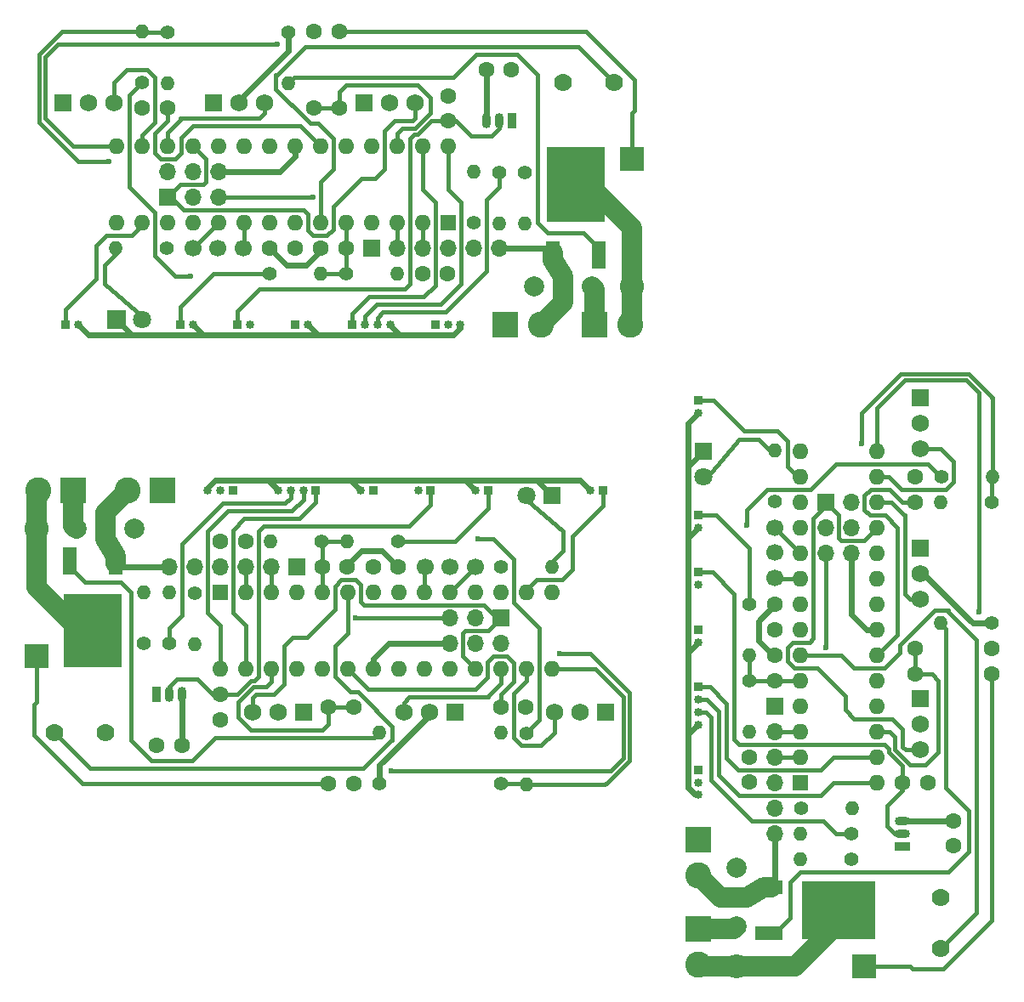
<source format=gbl>
%MOIN*%
%OFA0B0*%
%FSLAX46Y46*%
%IPPOS*%
%LPD*%
%AMREC1*
4,1,3,
0.035433070866141732,0.035433070866141739,
-0.035433070866141739,0.035433070866141732,
-0.035433070866141732,-0.035433070866141739,
0.035433070866141739,-0.035433070866141732,
0*%
%AMREC2*
4,1,3,
0.03444881889763779,0.0344488188976378,
-0.0344488188976378,0.03444881889763779,
-0.03444881889763779,-0.0344488188976378,
0.0344488188976378,-0.03444881889763779,
0*%
%AMREC3*
4,1,3,
0.033464566929133854,0.033464566929133861,
-0.033464566929133861,0.033464566929133854,
-0.033464566929133854,-0.033464566929133861,
0.033464566929133861,-0.033464566929133854,
0*%
%AMREC4*
4,1,3,
0.031496062992125984,0.031496062992125991,
-0.031496062992125991,0.031496062992125984,
-0.031496062992125984,-0.031496062992125991,
0.031496062992125991,-0.031496062992125984,
0*%
%AMREC5*
4,1,3,
0.051181102362204724,0.051181102362204738,
-0.051181102362204738,0.051181102362204724,
-0.051181102362204724,-0.051181102362204738,
0.051181102362204738,-0.051181102362204724,
0*%
%AMREC6*
4,1,3,
0.047244094488188969,0.047244094488188983,
-0.047244094488188983,0.047244094488188969,
-0.047244094488188969,-0.047244094488188983,
0.047244094488188983,-0.047244094488188969,
0*%
%AMREC7*
4,1,3,
0.017716535433070862,0.029527559055118113,
-0.017716535433070873,0.029527559055118113,
-0.017716535433070862,-0.029527559055118113,
0.017716535433070873,-0.029527559055118113,
0*%
%AMREC8*
4,1,3,
0.016732283464566927,0.016732283464566931,
-0.016732283464566931,0.016732283464566927,
-0.016732283464566927,-0.016732283464566931,
0.016732283464566931,-0.016732283464566927,
0*%
%AMREC9*
4,1,3,
0.027559055118110232,0.053149606299212608,
-0.027559055118110239,0.053149606299212608,
-0.027559055118110232,-0.053149606299212608,
0.027559055118110239,-0.053149606299212608,
0*%
%AMREC10*
4,1,3,
0.11417322834645668,0.1456692913385827,
-0.11417322834645671,0.14566929133858267,
-0.11417322834645668,-0.1456692913385827,
0.11417322834645671,-0.14566929133858267,
0*%
%ADD10C,0.0039370078740157488*%
%AMCOMP37*
4,1,3,
0.035433070866141732,0.035433070866141739,
-0.035433070866141739,0.035433070866141732,
-0.035433070866141732,-0.035433070866141739,
0.035433070866141739,-0.035433070866141732,
0*%
%ADD11COMP37*%
%ADD12C,0.070866141732283464*%
%ADD13C,0.068897637795275593*%
%AMCOMP38*
4,1,3,
0.03444881889763779,0.0344488188976378,
-0.0344488188976378,0.03444881889763779,
-0.03444881889763779,-0.0344488188976378,
0.0344488188976378,-0.03444881889763779,
0*%
%ADD14COMP38*%
%ADD15C,0.07874015748031496*%
%AMCOMP39*
4,1,3,
0.033464566929133854,0.033464566929133861,
-0.033464566929133861,0.033464566929133854,
-0.033464566929133854,-0.033464566929133861,
0.033464566929133861,-0.033464566929133854,
0*%
%ADD16COMP39*%
%ADD17O,0.066929133858267723X0.066929133858267723*%
%AMCOMP40*
4,1,3,
0.031496062992125984,0.031496062992125991,
-0.031496062992125991,0.031496062992125984,
-0.031496062992125984,-0.031496062992125991,
0.031496062992125991,-0.031496062992125984,
0*%
%ADD18COMP40*%
%ADD19O,0.062992125984251982X0.062992125984251982*%
%AMCOMP41*
4,1,3,
0.051181102362204724,0.051181102362204738,
-0.051181102362204738,0.051181102362204724,
-0.051181102362204724,-0.051181102362204738,
0.051181102362204738,-0.051181102362204724,
0*%
%ADD20COMP41*%
%ADD21C,0.10236220472440946*%
%ADD22C,0.066929133858267723*%
%AMCOMP42*
4,1,3,
0.047244094488188969,0.047244094488188983,
-0.047244094488188983,0.047244094488188969,
-0.047244094488188969,-0.047244094488188983,
0.047244094488188983,-0.047244094488188969,
0*%
%ADD23COMP42*%
%ADD24O,0.094488188976377951X0.094488188976377951*%
%ADD25C,0.07*%
%ADD26C,0.055118110236220472*%
%ADD27O,0.055118110236220472X0.055118110236220472*%
%ADD28C,0.062992125984251982*%
%ADD29O,0.035433070866141732X0.059055118110236227*%
%AMCOMP43*
4,1,3,
0.017716535433070862,0.029527559055118113,
-0.017716535433070873,0.029527559055118113,
-0.017716535433070862,-0.029527559055118113,
0.017716535433070873,-0.029527559055118113,
0*%
%ADD30COMP43*%
%AMCOMP44*
4,1,3,
0.016732283464566927,0.016732283464566931,
-0.016732283464566931,0.016732283464566927,
-0.016732283464566927,-0.016732283464566931,
0.016732283464566931,-0.016732283464566927,
0*%
%ADD31COMP44*%
%ADD32C,0.033464566929133861*%
%AMCOMP45*
4,1,3,
0.027559055118110232,0.053149606299212608,
-0.027559055118110239,0.053149606299212608,
-0.027559055118110232,-0.053149606299212608,
0.027559055118110239,-0.053149606299212608,
0*%
%ADD33COMP45*%
%AMCOMP46*
4,1,3,
0.11417322834645668,0.1456692913385827,
-0.11417322834645671,0.14566929133858267,
-0.11417322834645668,-0.1456692913385827,
0.11417322834645671,-0.14566929133858267,
0*%
%ADD34COMP46*%
%ADD35C,0.023622047244094488*%
%ADD36C,0.016*%
%ADD37C,0.024000000000000004*%
%ADD38C,0.08*%
%ADD49C,0.0039370078740157488*%
%ADD50R,0.070866141732283464X0.070866141732283464*%
%ADD51C,0.070866141732283464*%
%ADD52C,0.068897637795275593*%
%ADD53R,0.068897637795275593X0.068897637795275593*%
%ADD54C,0.07874015748031496*%
%ADD55R,0.066929133858267723X0.066929133858267723*%
%ADD56O,0.066929133858267723X0.066929133858267723*%
%ADD57R,0.062992125984251982X0.062992125984251982*%
%ADD58O,0.062992125984251982X0.062992125984251982*%
%ADD59R,0.10236220472440946X0.10236220472440946*%
%ADD60C,0.10236220472440946*%
%ADD61C,0.066929133858267723*%
%ADD62R,0.094488188976377951X0.094488188976377951*%
%ADD63O,0.094488188976377951X0.094488188976377951*%
%ADD64C,0.07*%
%ADD65C,0.055118110236220472*%
%ADD66O,0.055118110236220472X0.055118110236220472*%
%ADD67C,0.062992125984251982*%
%ADD68O,0.035433070866141732X0.059055118110236227*%
%ADD69R,0.035433070866141732X0.059055118110236227*%
%ADD70R,0.033464566929133861X0.033464566929133861*%
%ADD71C,0.033464566929133861*%
%ADD72R,0.055118110236220472X0.10629921259842522*%
%ADD73R,0.2283464566929134X0.29133858267716539*%
%ADD74C,0.023622047244094488*%
%ADD75C,0.016*%
%ADD76C,0.024000000000000004*%
%ADD77C,0.08*%
%ADD78C,0.0039370078740157488*%
%ADD79R,0.070866141732283464X0.070866141732283464*%
%ADD80C,0.070866141732283464*%
%ADD81C,0.068897637795275593*%
%ADD82R,0.068897637795275593X0.068897637795275593*%
%ADD83C,0.07874015748031496*%
%ADD84R,0.066929133858267723X0.066929133858267723*%
%ADD85O,0.066929133858267723X0.066929133858267723*%
%ADD86R,0.062992125984251982X0.062992125984251982*%
%ADD87O,0.062992125984251982X0.062992125984251982*%
%ADD88R,0.10236220472440946X0.10236220472440946*%
%ADD89C,0.10236220472440946*%
%ADD90C,0.066929133858267723*%
%ADD91R,0.094488188976377951X0.094488188976377951*%
%ADD92O,0.094488188976377951X0.094488188976377951*%
%ADD93C,0.07*%
%ADD94C,0.055118110236220472*%
%ADD95O,0.055118110236220472X0.055118110236220472*%
%ADD96C,0.062992125984251982*%
%ADD97O,0.059055118110236227X0.035433070866141732*%
%ADD98R,0.059055118110236227X0.035433070866141732*%
%ADD99R,0.033464566929133861X0.033464566929133861*%
%ADD100C,0.033464566929133861*%
%ADD101R,0.10629921259842522X0.055118110236220472*%
%ADD102R,0.29133858267716539X0.2283464566929134*%
%ADD103C,0.023622047244094488*%
%ADD104C,0.016*%
%ADD105C,0.024000000000000004*%
%ADD106C,0.08*%
G01*
D10*
D11*
X0003976377Y-0000866141D02*
X0000406377Y0002628858D03*
D12*
X0000506377Y0002628858D03*
D13*
X0000396929Y0003478936D03*
X0000296929Y0003478936D03*
D14*
X0000196929Y0003478936D03*
D15*
X0002042204Y0002758858D03*
X0002270551Y0002758858D03*
D16*
X0001406377Y0002908858D03*
D17*
X0001506377Y0002908858D03*
X0001606377Y0002908858D03*
X0001706377Y0002908858D03*
X0001806377Y0002908858D03*
X0001906377Y0002908858D03*
D18*
X0001706377Y0003008858D03*
D19*
X0000406377Y0003308858D03*
X0001606377Y0003008858D03*
X0000506377Y0003308858D03*
X0001506377Y0003008858D03*
X0000606377Y0003308858D03*
X0001406377Y0003008858D03*
X0000706377Y0003308858D03*
X0001306377Y0003008858D03*
X0000806377Y0003308858D03*
X0001206377Y0003008858D03*
X0000906377Y0003308858D03*
X0001106377Y0003008858D03*
X0001006377Y0003308858D03*
X0001006377Y0003008858D03*
X0001106377Y0003308858D03*
X0000906377Y0003008858D03*
X0001206377Y0003308858D03*
X0000806377Y0003008858D03*
X0001306377Y0003308858D03*
X0000706377Y0003008858D03*
X0001406377Y0003308858D03*
X0000606377Y0003008858D03*
X0001506377Y0003308858D03*
X0000506377Y0003008858D03*
X0001606377Y0003308858D03*
X0000406377Y0003008858D03*
X0001706377Y0003308858D03*
D20*
X0001931377Y0002608858D03*
D21*
X0002069173Y0002608858D03*
D20*
X0002281377Y0002608858D03*
D21*
X0002419173Y0002608858D03*
D22*
X0000706377Y0002908858D03*
X0000804803Y0002908858D03*
X0000903228Y0002908858D03*
D23*
X0002426377Y0003258858D03*
D24*
X0002426377Y0002758858D03*
D25*
X0002156377Y0003558858D03*
X0002356377Y0003558858D03*
D26*
X0001307952Y0002808858D03*
D27*
X0001507952Y0002808858D03*
D26*
X0001007952Y0002808858D03*
D27*
X0001207952Y0002808858D03*
D28*
X0001706377Y0003408858D03*
X0001706377Y0003507283D03*
X0001856377Y0003608858D03*
X0001954803Y0003608858D03*
X0001306377Y0002908858D03*
X0001207952Y0002908858D03*
D29*
X0001906377Y0003408858D03*
X0001856377Y0003408858D03*
D30*
X0001956377Y0003408858D03*
D28*
X0001106377Y0002908858D03*
X0001007952Y0002908858D03*
X0001606377Y0002808858D03*
X0001704803Y0002808858D03*
D26*
X0001806377Y0003010433D03*
D27*
X0001806377Y0003210433D03*
D28*
X0000606377Y0003458858D03*
X0000507952Y0003458858D03*
D26*
X0000506377Y0003560433D03*
D27*
X0000506377Y0003760433D03*
D26*
X0000606377Y0003757283D03*
D27*
X0000606377Y0003557283D03*
D13*
X0000987480Y0003478936D03*
X0000887480Y0003478936D03*
D14*
X0000787480Y0003478936D03*
D13*
X0001578031Y0003478936D03*
X0001478031Y0003478936D03*
D14*
X0001378031Y0003478936D03*
D26*
X0001906377Y0003207283D03*
D27*
X0001906377Y0003007283D03*
D26*
X0002006377Y0003207283D03*
D27*
X0002006377Y0003007283D03*
D26*
X0000604803Y0002908858D03*
D27*
X0000404803Y0002908858D03*
D28*
X0001281377Y0003458858D03*
X0001281377Y0003758858D03*
X0001181377Y0003458858D03*
X0001181377Y0003758858D03*
D26*
X0001081377Y0003757283D03*
D27*
X0001081377Y0003557283D03*
D16*
X0000606377Y0003108858D03*
D17*
X0000606377Y0003208858D03*
X0000706377Y0003108858D03*
X0000706377Y0003208858D03*
X0000806377Y0003108858D03*
X0000806377Y0003208858D03*
D31*
X0000881377Y0002608858D03*
D32*
X0000930590Y0002608858D03*
D31*
X0001331377Y0002608858D03*
D32*
X0001380590Y0002608858D03*
X0001429803Y0002608858D03*
X0001479015Y0002608858D03*
D31*
X0001106377Y0002608858D03*
D32*
X0001155590Y0002608858D03*
D31*
X0000206377Y0002608858D03*
D32*
X0000255590Y0002608858D03*
D31*
X0000656377Y0002608858D03*
D32*
X0000705590Y0002608858D03*
D31*
X0001656377Y0002608858D03*
D32*
X0001705590Y0002608858D03*
X0001754803Y0002608858D03*
D33*
X0002296141Y0002883661D03*
X0002116614Y0002883661D03*
D34*
X0002206377Y0003158543D03*
D35*
X0001176377Y0003108858D03*
X0000376377Y0003248858D03*
X0001036377Y0003708858D03*
X0000696377Y0002798858D03*
D36*
X0000806377Y0003108858D02*
X0001176377Y0003108858D01*
D37*
X0001906377Y0002908858D02*
X0002091417Y0002908858D01*
X0002091417Y0002908858D02*
X0002116614Y0002883661D01*
D38*
X0002116614Y0002893503D02*
X0002116614Y0002863622D01*
X0002116614Y0002863622D02*
X0002156377Y0002798858D01*
X0002156377Y0002798858D02*
X0002156377Y0002696062D01*
X0002156377Y0002696062D02*
X0002069173Y0002608858D01*
D37*
X0000466377Y0002568858D02*
X0000295590Y0002568858D01*
X0000295590Y0002568858D02*
X0000255590Y0002608858D01*
X0001196377Y0002568858D02*
X0001195590Y0002568858D01*
X0001195590Y0002568858D02*
X0001155590Y0002608858D01*
X0001106377Y0003308858D02*
X0001106377Y0003268858D01*
X0001046377Y0003208858D02*
X0000806377Y0003208858D01*
X0001106377Y0003268858D02*
X0001046377Y0003208858D01*
X0001479015Y0002608858D02*
X0001479015Y0002606220D01*
X0001479015Y0002606220D02*
X0001516377Y0002568858D01*
X0000705590Y0002608858D02*
X0000706377Y0002608858D01*
X0000706377Y0002608858D02*
X0000746377Y0002568858D01*
X0001754803Y0002608858D02*
X0001754803Y0002597283D01*
X0001754803Y0002597283D02*
X0001726377Y0002568858D01*
X0000466377Y0002568858D02*
X0000406377Y0002628858D01*
X0000746377Y0002568858D02*
X0000466377Y0002568858D01*
X0001726377Y0002568858D02*
X0001516377Y0002568858D01*
X0001516377Y0002568858D02*
X0001196377Y0002568858D01*
X0001196377Y0002568858D02*
X0000976377Y0002568858D01*
X0001081377Y0003757283D02*
X0001081377Y0003683858D01*
X0001081377Y0003683858D02*
X0000887480Y0003489960D01*
X0000887480Y0003489960D02*
X0000887480Y0003478936D01*
X0001207952Y0002908858D02*
X0001207952Y0002900433D01*
X0001207952Y0002900433D02*
X0001151377Y0002843858D01*
X0001072952Y0002843858D02*
X0001007952Y0002908858D01*
X0001151377Y0002843858D02*
X0001072952Y0002843858D01*
X0000976377Y0002568858D02*
X0000746377Y0002568858D01*
D36*
X0000197952Y0003760433D02*
X0000196377Y0003758858D01*
X0000196377Y0003758858D02*
X0000192614Y0003758858D01*
X0000192614Y0003758858D02*
X0000102503Y0003668747D01*
X0000102503Y0003668747D02*
X0000102503Y0003402732D01*
X0000102503Y0003402732D02*
X0000256377Y0003248858D01*
X0000256377Y0003248858D02*
X0000376377Y0003248858D01*
X0000197952Y0003760433D02*
X0000506377Y0003760433D01*
X0000658877Y0003281358D02*
X0000658877Y0003341358D01*
X0000658877Y0003341358D02*
X0000706377Y0003388858D01*
X0000706377Y0003388858D02*
X0001126377Y0003388858D01*
X0001126377Y0003388858D02*
X0001206377Y0003308858D01*
X0000556377Y0003338858D02*
X0000556377Y0003358858D01*
X0000556377Y0003283858D02*
X0000556377Y0003338858D01*
X0000606377Y0003458858D02*
X0000606377Y0003408858D01*
X0000556377Y0003358858D02*
X0000606377Y0003408858D01*
X0000581377Y0003258858D02*
X0000556377Y0003283858D01*
X0000636377Y0003258858D02*
X0000581377Y0003258858D01*
X0000658877Y0003281358D02*
X0000636377Y0003258858D01*
X0000606377Y0003757283D02*
X0000509527Y0003757283D01*
X0000509527Y0003757283D02*
X0000506377Y0003760433D01*
X0000606377Y0003757283D02*
X0000606377Y0003748858D01*
X0001406377Y0003308858D02*
X0001406377Y0003313858D01*
X0001281377Y0003458858D02*
X0001181377Y0003458858D01*
X0001506377Y0003308858D02*
X0001506377Y0003358858D01*
X0001281377Y0003523858D02*
X0001281377Y0003458858D01*
X0001306377Y0003548858D02*
X0001281377Y0003523858D01*
X0001586377Y0003548858D02*
X0001306377Y0003548858D01*
X0001636377Y0003498858D02*
X0001586377Y0003548858D01*
X0001636377Y0003438858D02*
X0001636377Y0003498858D01*
X0001576377Y0003378858D02*
X0001636377Y0003438858D01*
X0001526377Y0003378858D02*
X0001576377Y0003378858D01*
X0001506377Y0003358858D02*
X0001526377Y0003378858D01*
X0001331377Y0002608858D02*
X0001331377Y0002653858D01*
X0001606377Y0003138858D02*
X0001606377Y0003308858D01*
X0001656377Y0003088858D02*
X0001606377Y0003138858D01*
X0001656377Y0002763858D02*
X0001656377Y0003088858D01*
X0001611377Y0002718858D02*
X0001656377Y0002763858D01*
X0001396377Y0002718858D02*
X0001611377Y0002718858D01*
X0001331377Y0002653858D02*
X0001396377Y0002718858D01*
X0001380590Y0002608858D02*
X0001380590Y0002643070D01*
X0001706377Y0003138858D02*
X0001706377Y0003308858D01*
X0001756377Y0003088858D02*
X0001706377Y0003138858D01*
X0001756377Y0002768858D02*
X0001756377Y0003088858D01*
X0001676377Y0002688858D02*
X0001756377Y0002768858D01*
X0001426377Y0002688858D02*
X0001676377Y0002688858D01*
X0001380590Y0002643070D02*
X0001426377Y0002688858D01*
X0002296141Y0002883661D02*
X0002296141Y0002909094D01*
X0002296141Y0002909094D02*
X0002236377Y0002968858D01*
X0002236377Y0002968858D02*
X0002096377Y0002968858D01*
X0002096377Y0002968858D02*
X0002056377Y0003008858D01*
X0002056377Y0003008858D02*
X0002056377Y0003588858D01*
X0001036377Y0003708858D02*
X0000456377Y0003708858D01*
X0000236377Y0003308858D02*
X0000406377Y0003308858D01*
X0000126377Y0003418858D02*
X0000236377Y0003308858D01*
X0000126377Y0003658858D02*
X0000126377Y0003418858D01*
X0000176377Y0003708858D02*
X0000126377Y0003658858D01*
X0000456377Y0003708858D02*
X0000176377Y0003708858D01*
X0001102952Y0003578858D02*
X0001081377Y0003557283D01*
X0001726377Y0003578858D02*
X0001102952Y0003578858D01*
X0001816377Y0003668858D02*
X0001726377Y0003578858D01*
X0001976377Y0003668858D02*
X0001816377Y0003668858D01*
X0002056377Y0003588858D02*
X0001976377Y0003668858D01*
X0002296141Y0002893503D02*
X0002296141Y0002894094D01*
X0002296141Y0002893503D02*
X0002291732Y0002893503D01*
X0002296141Y0002893503D02*
X0002296141Y0002919094D01*
X0000506377Y0003008858D02*
X0000506377Y0002998858D01*
X0000506377Y0002998858D02*
X0000466377Y0002958858D01*
X0000466377Y0002958858D02*
X0000366377Y0002958858D01*
X0000366377Y0002958858D02*
X0000326377Y0002918858D01*
X0000326377Y0002918858D02*
X0000326377Y0002788858D01*
X0000326377Y0002788858D02*
X0000206377Y0002668858D01*
X0000206377Y0002668858D02*
X0000206377Y0002608858D01*
X0002191377Y0003698858D02*
X0002216377Y0003698858D01*
X0001036377Y0003588858D02*
X0001146377Y0003698858D01*
X0001146377Y0003698858D02*
X0001306377Y0003698858D01*
X0001031377Y0003588858D02*
X0001036377Y0003588858D01*
X0001306377Y0003698858D02*
X0002191377Y0003698858D01*
X0002216377Y0003698858D02*
X0002356377Y0003558858D01*
X0001206377Y0003168858D02*
X0001256377Y0003218858D01*
X0001256377Y0003218858D02*
X0001256377Y0003338858D01*
X0001256377Y0003338858D02*
X0001196377Y0003398858D01*
X0001196377Y0003398858D02*
X0001166377Y0003398858D01*
X0001166377Y0003398858D02*
X0001156377Y0003408858D01*
X0001206377Y0003008858D02*
X0001206377Y0003158858D01*
X0001031377Y0003533858D02*
X0001031377Y0003588858D01*
X0001031377Y0003588858D02*
X0001031377Y0003583858D01*
X0001156377Y0003408858D02*
X0001031377Y0003533858D01*
X0001206377Y0003158858D02*
X0001206377Y0003168858D01*
X0001307952Y0002808858D02*
X0001207952Y0002808858D01*
X0001306377Y0002908858D02*
X0001306377Y0002810433D01*
X0001306377Y0002810433D02*
X0001307952Y0002808858D01*
X0001306377Y0003008858D02*
X0001306377Y0002908858D01*
X0001456377Y0003338858D02*
X0001456377Y0003368858D01*
X0000671377Y0003058858D02*
X0001141377Y0003058858D01*
X0001141377Y0003058858D02*
X0001156377Y0003043858D01*
X0001156377Y0003043858D02*
X0001156377Y0002978858D01*
X0001156377Y0002978858D02*
X0001176377Y0002958858D01*
X0001176377Y0002958858D02*
X0001231377Y0002958858D01*
X0001231377Y0002958858D02*
X0001256377Y0002983858D01*
X0001256377Y0002983858D02*
X0001256377Y0003073858D01*
X0001256377Y0003073858D02*
X0001366377Y0003183858D01*
X0001366377Y0003183858D02*
X0001421377Y0003183858D01*
X0001421377Y0003183858D02*
X0001456377Y0003218858D01*
X0000621377Y0003108858D02*
X0000671377Y0003058858D01*
X0001456377Y0003218858D02*
X0001456377Y0003338858D01*
X0001578031Y0003420511D02*
X0001578031Y0003478936D01*
X0001566377Y0003408858D02*
X0001578031Y0003420511D01*
X0001496377Y0003408858D02*
X0001566377Y0003408858D01*
X0001456377Y0003368858D02*
X0001496377Y0003408858D01*
X0001578031Y0003460511D02*
X0001578031Y0003478936D01*
X0000606377Y0003108858D02*
X0000621377Y0003108858D01*
X0000656377Y0003158858D02*
X0000721377Y0003158858D01*
X0000606377Y0003108858D02*
X0000656377Y0003158858D01*
X0000756377Y0003258858D02*
X0000706377Y0003308858D01*
X0000756377Y0003168858D02*
X0000756377Y0003258858D01*
X0000746377Y0003158858D02*
X0000756377Y0003168858D01*
X0000721377Y0003158858D02*
X0000746377Y0003158858D01*
X0000706377Y0003308858D02*
X0000701377Y0003308858D01*
D37*
X0001856377Y0003408858D02*
X0001856377Y0003608858D01*
D36*
X0001906377Y0003207283D02*
X0001906377Y0003148858D01*
X0001906377Y0003148858D02*
X0001856377Y0003098858D01*
X0001856377Y0003098858D02*
X0001856377Y0002818858D01*
X0001856377Y0002818858D02*
X0001696377Y0002658858D01*
X0001696377Y0002658858D02*
X0001451377Y0002658858D01*
X0001451377Y0002658858D02*
X0001429803Y0002637283D01*
X0001429803Y0002637283D02*
X0001429803Y0002608858D01*
X0000404803Y0002908858D02*
X0000404803Y0002887283D01*
X0000404803Y0002887283D02*
X0000361377Y0002843858D01*
X0000361377Y0002843858D02*
X0000361377Y0002768858D01*
X0000361377Y0002768858D02*
X0000506377Y0002643858D01*
X0000506377Y0002643858D02*
X0000506377Y0002628858D01*
X0000906377Y0003008858D02*
X0000906377Y0002912007D01*
X0000906377Y0002912007D02*
X0000903228Y0002908858D01*
X0000806377Y0003008858D02*
X0000706377Y0002908858D01*
X0000987480Y0003478936D02*
X0000987480Y0003439960D01*
X0000656377Y0003418858D02*
X0000656377Y0003413858D01*
X0000661377Y0003418858D02*
X0000656377Y0003418858D01*
X0000966377Y0003418858D02*
X0000661377Y0003418858D01*
X0000987480Y0003439960D02*
X0000966377Y0003418858D01*
X0000656377Y0003413858D02*
X0000606377Y0003363858D01*
X0000606377Y0003363858D02*
X0000606377Y0003308858D01*
X0000397244Y0003557992D02*
X0000397244Y0003479251D01*
X0000397244Y0003479251D02*
X0000396929Y0003478936D01*
X0000506377Y0003308858D02*
X0000506377Y0003353858D01*
X0000448110Y0003608858D02*
X0000397244Y0003557992D01*
X0000397244Y0003557992D02*
X0000396929Y0003557677D01*
X0000526377Y0003608858D02*
X0000448110Y0003608858D01*
X0000556377Y0003578858D02*
X0000526377Y0003608858D01*
X0000556377Y0003403858D02*
X0000556377Y0003578858D01*
X0000506377Y0003353858D02*
X0000556377Y0003403858D01*
X0000506377Y0003308858D02*
X0000506377Y0003328858D01*
X0001606377Y0003008858D02*
X0001606377Y0002908858D01*
X0001506377Y0003008858D02*
X0001506377Y0002908858D01*
X0001007952Y0002808858D02*
X0000786377Y0002808858D01*
X0000656377Y0002678858D02*
X0000656377Y0002608858D01*
X0000786377Y0002808858D02*
X0000656377Y0002678858D01*
X0001007952Y0002808858D02*
X0001006377Y0002808858D01*
X0000456377Y0003208858D02*
X0000456377Y0003148858D01*
X0000456377Y0003508858D02*
X0000456377Y0003208858D01*
X0000506377Y0003558858D02*
X0000456377Y0003508858D01*
X0000636377Y0002798858D02*
X0000696377Y0002798858D01*
X0000556377Y0002878858D02*
X0000636377Y0002798858D01*
X0000556377Y0003048858D02*
X0000556377Y0002878858D01*
X0000456377Y0003148858D02*
X0000556377Y0003048858D01*
X0000506377Y0003560433D02*
X0000506377Y0003558858D01*
X0000506377Y0003560433D02*
X0000492952Y0003560433D01*
D38*
X0002281377Y0002608858D02*
X0002281377Y0002748031D01*
X0002281377Y0002748031D02*
X0002270551Y0002758858D01*
D36*
X0001281377Y0003758858D02*
X0002246377Y0003758858D01*
X0002426377Y0003438858D02*
X0002426377Y0003258858D01*
X0002436377Y0003448858D02*
X0002426377Y0003438858D01*
X0002436377Y0003568858D02*
X0002436377Y0003448858D01*
X0002246377Y0003758858D02*
X0002436377Y0003568858D01*
X0002426377Y0003258858D02*
X0002391377Y0003258858D01*
D38*
X0002426377Y0002758858D02*
X0002426377Y0002616062D01*
X0002426377Y0002616062D02*
X0002419173Y0002608858D01*
X0002206377Y0003141535D02*
X0002273700Y0003141535D01*
X0002273700Y0003141535D02*
X0002426377Y0002988858D01*
X0002426377Y0002988858D02*
X0002426377Y0002758858D01*
D36*
X0001196377Y0002748858D02*
X0000966377Y0002748858D01*
X0001640140Y0003408858D02*
X0001586266Y0003354984D01*
X0001586266Y0003354984D02*
X0001572503Y0003354984D01*
X0001572503Y0003354984D02*
X0001556377Y0003338858D01*
X0001556377Y0003338858D02*
X0001556377Y0002768858D01*
X0001536377Y0002748858D02*
X0001556377Y0002768858D01*
X0001196377Y0002748858D02*
X0001536377Y0002748858D01*
X0001706377Y0003408858D02*
X0001640140Y0003408858D01*
X0000881377Y0002663858D02*
X0000881377Y0002608858D01*
X0000966377Y0002748858D02*
X0000881377Y0002663858D01*
X0001706377Y0003408858D02*
X0001736377Y0003408858D01*
X0001736377Y0003408858D02*
X0001796377Y0003348858D01*
X0001906377Y0003378858D02*
X0001906377Y0003408858D01*
X0001876377Y0003348858D02*
X0001906377Y0003378858D01*
X0001796377Y0003348858D02*
X0001876377Y0003348858D01*
G04 next file*
G04 #@! TF.FileFunction,Copper,L2,Bot,Signal*
G04 Gerber Fmt 4.6, Leading zero omitted, Abs format (unit mm)*
G04 Created by KiCad (PCBNEW 4.0.7) date 07/04/19 20:50:11*
G01*
G04 APERTURE LIST*
G04 APERTURE END LIST*
D49*
D50*
X-0001456692Y0005433070D02*
X0002113307Y0001938070D03*
D51*
X0002013307Y0001938070D03*
D52*
X0002122755Y0001087992D03*
X0002222755Y0001087992D03*
D53*
X0002322755Y0001087992D03*
D54*
X0000477480Y0001808070D03*
X0000249133Y0001808070D03*
D55*
X0001113307Y0001658070D03*
D56*
X0001013307Y0001658070D03*
X0000913307Y0001658070D03*
X0000813307Y0001658070D03*
X0000713307Y0001658070D03*
X0000613307Y0001658070D03*
D57*
X0000813307Y0001558070D03*
D58*
X0002113307Y0001258070D03*
X0000913307Y0001558070D03*
X0002013307Y0001258070D03*
X0001013307Y0001558070D03*
X0001913307Y0001258070D03*
X0001113307Y0001558070D03*
X0001813307Y0001258070D03*
X0001213307Y0001558070D03*
X0001713307Y0001258070D03*
X0001313307Y0001558070D03*
X0001613307Y0001258070D03*
X0001413307Y0001558070D03*
X0001513307Y0001258070D03*
X0001513307Y0001558070D03*
X0001413307Y0001258070D03*
X0001613307Y0001558070D03*
X0001313307Y0001258070D03*
X0001713307Y0001558070D03*
X0001213307Y0001258070D03*
X0001813307Y0001558070D03*
X0001113307Y0001258070D03*
X0001913307Y0001558070D03*
X0001013307Y0001258070D03*
X0002013307Y0001558070D03*
X0000913307Y0001258070D03*
X0002113307Y0001558070D03*
X0000813307Y0001258070D03*
D59*
X0000588307Y0001958070D03*
D60*
X0000450511Y0001958070D03*
D59*
X0000238307Y0001958070D03*
D60*
X0000100511Y0001958070D03*
D61*
X0001813307Y0001658070D03*
X0001714881Y0001658070D03*
X0001616456Y0001658070D03*
D62*
X0000093307Y0001308070D03*
D63*
X0000093307Y0001808070D03*
D64*
X0000363307Y0001008070D03*
X0000163307Y0001008070D03*
D65*
X0001211732Y0001758070D03*
D66*
X0001011732Y0001758070D03*
D65*
X0001511732Y0001758070D03*
D66*
X0001311732Y0001758070D03*
D67*
X0000813307Y0001158070D03*
X0000813307Y0001059645D03*
X0000663307Y0000958070D03*
X0000564881Y0000958070D03*
X0001213307Y0001658070D03*
X0001311732Y0001658070D03*
D68*
X0000613307Y0001158070D03*
X0000663307Y0001158070D03*
D69*
X0000563307Y0001158070D03*
D67*
X0001413307Y0001658070D03*
X0001511732Y0001658070D03*
X0000913307Y0001758070D03*
X0000814881Y0001758070D03*
D65*
X0000713307Y0001556496D03*
D66*
X0000713307Y0001356496D03*
D67*
X0001913307Y0001108070D03*
X0002011732Y0001108070D03*
D65*
X0002013307Y0001006496D03*
D66*
X0002013307Y0000806496D03*
D65*
X0001913307Y0000809645D03*
D66*
X0001913307Y0001009645D03*
D52*
X0001532204Y0001087992D03*
X0001632204Y0001087992D03*
D53*
X0001732204Y0001087992D03*
D52*
X0000941653Y0001087992D03*
X0001041653Y0001087992D03*
D53*
X0001141653Y0001087992D03*
D65*
X0000613307Y0001359645D03*
D66*
X0000613307Y0001559645D03*
D65*
X0000513307Y0001359645D03*
D66*
X0000513307Y0001559645D03*
D65*
X0001914881Y0001658070D03*
D66*
X0002114881Y0001658070D03*
D67*
X0001238307Y0001108070D03*
X0001238307Y0000808070D03*
X0001338307Y0001108070D03*
X0001338307Y0000808070D03*
D65*
X0001438307Y0000809645D03*
D66*
X0001438307Y0001009645D03*
D55*
X0001913307Y0001458070D03*
D56*
X0001913307Y0001358070D03*
X0001813307Y0001458070D03*
X0001813307Y0001358070D03*
X0001713307Y0001458070D03*
X0001713307Y0001358070D03*
D70*
X0001638307Y0001958070D03*
D71*
X0001589094Y0001958070D03*
D70*
X0001188307Y0001958070D03*
D71*
X0001139094Y0001958070D03*
X0001089881Y0001958070D03*
X0001040669Y0001958070D03*
D70*
X0001413307Y0001958070D03*
D71*
X0001364094Y0001958070D03*
D70*
X0002313307Y0001958070D03*
D71*
X0002264094Y0001958070D03*
D70*
X0001863307Y0001958070D03*
D71*
X0001814094Y0001958070D03*
D70*
X0000863307Y0001958070D03*
D71*
X0000814094Y0001958070D03*
X0000764881Y0001958070D03*
D72*
X0000223543Y0001683267D03*
X0000403070Y0001683267D03*
D73*
X0000313307Y0001408385D03*
D74*
X0001343307Y0001458070D03*
X0002143307Y0001318070D03*
X0001483307Y0000858070D03*
X0001823307Y0001768070D03*
D75*
X0001713307Y0001458070D02*
X0001343307Y0001458070D01*
D76*
X0000613307Y0001658070D02*
X0000428267Y0001658070D01*
X0000428267Y0001658070D02*
X0000403070Y0001683267D01*
D77*
X0000403070Y0001673425D02*
X0000403070Y0001703307D01*
X0000403070Y0001703307D02*
X0000363307Y0001768070D01*
X0000363307Y0001768070D02*
X0000363307Y0001870866D01*
X0000363307Y0001870866D02*
X0000450511Y0001958070D01*
D76*
X0002053307Y0001998070D02*
X0002224094Y0001998070D01*
X0002224094Y0001998070D02*
X0002264094Y0001958070D01*
X0001323307Y0001998070D02*
X0001324094Y0001998070D01*
X0001324094Y0001998070D02*
X0001364094Y0001958070D01*
X0001413307Y0001258070D02*
X0001413307Y0001298070D01*
X0001473307Y0001358070D02*
X0001713307Y0001358070D01*
X0001413307Y0001298070D02*
X0001473307Y0001358070D01*
X0001040669Y0001958070D02*
X0001040669Y0001960708D01*
X0001040669Y0001960708D02*
X0001003307Y0001998070D01*
X0001814094Y0001958070D02*
X0001813307Y0001958070D01*
X0001813307Y0001958070D02*
X0001773307Y0001998070D01*
X0000764881Y0001958070D02*
X0000764881Y0001969645D01*
X0000764881Y0001969645D02*
X0000793307Y0001998070D01*
X0002053307Y0001998070D02*
X0002113307Y0001938070D01*
X0001773307Y0001998070D02*
X0002053307Y0001998070D01*
X0000793307Y0001998070D02*
X0001003307Y0001998070D01*
X0001003307Y0001998070D02*
X0001323307Y0001998070D01*
X0001323307Y0001998070D02*
X0001543307Y0001998070D01*
X0001438307Y0000809645D02*
X0001438307Y0000883070D01*
X0001438307Y0000883070D02*
X0001632204Y0001076968D01*
X0001632204Y0001076968D02*
X0001632204Y0001087992D01*
X0001311732Y0001658070D02*
X0001311732Y0001666496D01*
X0001311732Y0001666496D02*
X0001368307Y0001723070D01*
X0001446732Y0001723070D02*
X0001511732Y0001658070D01*
X0001368307Y0001723070D02*
X0001446732Y0001723070D01*
X0001543307Y0001998070D02*
X0001773307Y0001998070D01*
D75*
X0002321732Y0000806496D02*
X0002323307Y0000808070D01*
X0002323307Y0000808070D02*
X0002327070Y0000808070D01*
X0002327070Y0000808070D02*
X0002417181Y0000898181D01*
X0002417181Y0000898181D02*
X0002417181Y0001164196D01*
X0002417181Y0001164196D02*
X0002263307Y0001318070D01*
X0002263307Y0001318070D02*
X0002143307Y0001318070D01*
X0002321732Y0000806496D02*
X0002013307Y0000806496D01*
X0001860807Y0001285570D02*
X0001860807Y0001225570D01*
X0001860807Y0001225570D02*
X0001813307Y0001178070D01*
X0001813307Y0001178070D02*
X0001393307Y0001178070D01*
X0001393307Y0001178070D02*
X0001313307Y0001258070D01*
X0001963307Y0001228070D02*
X0001963307Y0001208070D01*
X0001963307Y0001283070D02*
X0001963307Y0001228070D01*
X0001913307Y0001108070D02*
X0001913307Y0001158070D01*
X0001963307Y0001208070D02*
X0001913307Y0001158070D01*
X0001938307Y0001308070D02*
X0001963307Y0001283070D01*
X0001883307Y0001308070D02*
X0001938307Y0001308070D01*
X0001860807Y0001285570D02*
X0001883307Y0001308070D01*
X0001913307Y0000809645D02*
X0002010157Y0000809645D01*
X0002010157Y0000809645D02*
X0002013307Y0000806496D01*
X0001913307Y0000809645D02*
X0001913307Y0000818070D01*
X0001113307Y0001258070D02*
X0001113307Y0001253070D01*
X0001238307Y0001108070D02*
X0001338307Y0001108070D01*
X0001013307Y0001258070D02*
X0001013307Y0001208070D01*
X0001238307Y0001043070D02*
X0001238307Y0001108070D01*
X0001213307Y0001018070D02*
X0001238307Y0001043070D01*
X0000933307Y0001018070D02*
X0001213307Y0001018070D01*
X0000883307Y0001068070D02*
X0000933307Y0001018070D01*
X0000883307Y0001128070D02*
X0000883307Y0001068070D01*
X0000943307Y0001188070D02*
X0000883307Y0001128070D01*
X0000993307Y0001188070D02*
X0000943307Y0001188070D01*
X0001013307Y0001208070D02*
X0000993307Y0001188070D01*
X0001188307Y0001958070D02*
X0001188307Y0001913070D01*
X0000913307Y0001428070D02*
X0000913307Y0001258070D01*
X0000863307Y0001478070D02*
X0000913307Y0001428070D01*
X0000863307Y0001803070D02*
X0000863307Y0001478070D01*
X0000908307Y0001848070D02*
X0000863307Y0001803070D01*
X0001123307Y0001848070D02*
X0000908307Y0001848070D01*
X0001188307Y0001913070D02*
X0001123307Y0001848070D01*
X0001139094Y0001958070D02*
X0001139094Y0001923858D01*
X0000813307Y0001428070D02*
X0000813307Y0001258070D01*
X0000763307Y0001478070D02*
X0000813307Y0001428070D01*
X0000763307Y0001798070D02*
X0000763307Y0001478070D01*
X0000843307Y0001878070D02*
X0000763307Y0001798070D01*
X0001093307Y0001878070D02*
X0000843307Y0001878070D01*
X0001139094Y0001923858D02*
X0001093307Y0001878070D01*
X0000223543Y0001683267D02*
X0000223543Y0001657834D01*
X0000223543Y0001657834D02*
X0000283307Y0001598070D01*
X0000283307Y0001598070D02*
X0000423307Y0001598070D01*
X0000423307Y0001598070D02*
X0000463307Y0001558070D01*
X0000463307Y0001558070D02*
X0000463307Y0000978070D01*
X0001483307Y0000858070D02*
X0002063307Y0000858070D01*
X0002283307Y0001258070D02*
X0002113307Y0001258070D01*
X0002393307Y0001148070D02*
X0002283307Y0001258070D01*
X0002393307Y0000908070D02*
X0002393307Y0001148070D01*
X0002343307Y0000858070D02*
X0002393307Y0000908070D01*
X0002063307Y0000858070D02*
X0002343307Y0000858070D01*
X0001416732Y0000988070D02*
X0001438307Y0001009645D01*
X0000793307Y0000988070D02*
X0001416732Y0000988070D01*
X0000703307Y0000898070D02*
X0000793307Y0000988070D01*
X0000543307Y0000898070D02*
X0000703307Y0000898070D01*
X0000463307Y0000978070D02*
X0000543307Y0000898070D01*
X0000223543Y0001673425D02*
X0000223543Y0001672834D01*
X0000223543Y0001673425D02*
X0000227952Y0001673425D01*
X0000223543Y0001673425D02*
X0000223543Y0001647834D01*
X0002013307Y0001558070D02*
X0002013307Y0001568070D01*
X0002013307Y0001568070D02*
X0002053307Y0001608070D01*
X0002053307Y0001608070D02*
X0002153307Y0001608070D01*
X0002153307Y0001608070D02*
X0002193307Y0001648070D01*
X0002193307Y0001648070D02*
X0002193307Y0001778070D01*
X0002193307Y0001778070D02*
X0002313307Y0001898070D01*
X0002313307Y0001898070D02*
X0002313307Y0001958070D01*
X0000328307Y0000868070D02*
X0000303307Y0000868070D01*
X0001483307Y0000978070D02*
X0001373307Y0000868070D01*
X0001373307Y0000868070D02*
X0001213307Y0000868070D01*
X0001488307Y0000978070D02*
X0001483307Y0000978070D01*
X0001213307Y0000868070D02*
X0000328307Y0000868070D01*
X0000303307Y0000868070D02*
X0000163307Y0001008070D01*
X0001313307Y0001398070D02*
X0001263307Y0001348070D01*
X0001263307Y0001348070D02*
X0001263307Y0001228070D01*
X0001263307Y0001228070D02*
X0001323307Y0001168070D01*
X0001323307Y0001168070D02*
X0001353307Y0001168070D01*
X0001353307Y0001168070D02*
X0001363307Y0001158070D01*
X0001313307Y0001558070D02*
X0001313307Y0001408070D01*
X0001488307Y0001033070D02*
X0001488307Y0000978070D01*
X0001488307Y0000978070D02*
X0001488307Y0000983070D01*
X0001363307Y0001158070D02*
X0001488307Y0001033070D01*
X0001313307Y0001408070D02*
X0001313307Y0001398070D01*
X0001211732Y0001758070D02*
X0001311732Y0001758070D01*
X0001213307Y0001658070D02*
X0001213307Y0001756496D01*
X0001213307Y0001756496D02*
X0001211732Y0001758070D01*
X0001213307Y0001558070D02*
X0001213307Y0001658070D01*
X0001063307Y0001228070D02*
X0001063307Y0001198070D01*
X0001848307Y0001508070D02*
X0001378307Y0001508070D01*
X0001378307Y0001508070D02*
X0001363307Y0001523070D01*
X0001363307Y0001523070D02*
X0001363307Y0001588070D01*
X0001363307Y0001588070D02*
X0001343307Y0001608070D01*
X0001343307Y0001608070D02*
X0001288307Y0001608070D01*
X0001288307Y0001608070D02*
X0001263307Y0001583070D01*
X0001263307Y0001583070D02*
X0001263307Y0001493070D01*
X0001263307Y0001493070D02*
X0001153307Y0001383070D01*
X0001153307Y0001383070D02*
X0001098307Y0001383070D01*
X0001098307Y0001383070D02*
X0001063307Y0001348070D01*
X0001898307Y0001458070D02*
X0001848307Y0001508070D01*
X0001063307Y0001348070D02*
X0001063307Y0001228070D01*
X0000941653Y0001146417D02*
X0000941653Y0001087992D01*
X0000953307Y0001158070D02*
X0000941653Y0001146417D01*
X0001023307Y0001158070D02*
X0000953307Y0001158070D01*
X0001063307Y0001198070D02*
X0001023307Y0001158070D01*
X0000941653Y0001106417D02*
X0000941653Y0001087992D01*
X0001913307Y0001458070D02*
X0001898307Y0001458070D01*
X0001863307Y0001408070D02*
X0001798307Y0001408070D01*
X0001913307Y0001458070D02*
X0001863307Y0001408070D01*
X0001763307Y0001308070D02*
X0001813307Y0001258070D01*
X0001763307Y0001398070D02*
X0001763307Y0001308070D01*
X0001773307Y0001408070D02*
X0001763307Y0001398070D01*
X0001798307Y0001408070D02*
X0001773307Y0001408070D01*
X0001813307Y0001258070D02*
X0001818307Y0001258070D01*
D76*
X0000663307Y0001158070D02*
X0000663307Y0000958070D01*
D75*
X0000613307Y0001359645D02*
X0000613307Y0001418070D01*
X0000613307Y0001418070D02*
X0000663307Y0001468070D01*
X0000663307Y0001468070D02*
X0000663307Y0001748070D01*
X0000663307Y0001748070D02*
X0000823307Y0001908070D01*
X0000823307Y0001908070D02*
X0001068307Y0001908070D01*
X0001068307Y0001908070D02*
X0001089881Y0001929645D01*
X0001089881Y0001929645D02*
X0001089881Y0001958070D01*
X0002114881Y0001658070D02*
X0002114881Y0001679645D01*
X0002114881Y0001679645D02*
X0002158307Y0001723070D01*
X0002158307Y0001723070D02*
X0002158307Y0001798070D01*
X0002158307Y0001798070D02*
X0002013307Y0001923070D01*
X0002013307Y0001923070D02*
X0002013307Y0001938070D01*
X0001613307Y0001558070D02*
X0001613307Y0001654921D01*
X0001613307Y0001654921D02*
X0001616456Y0001658070D01*
X0001713307Y0001558070D02*
X0001813307Y0001658070D01*
X0001532204Y0001087992D02*
X0001532204Y0001126968D01*
X0001863307Y0001148070D02*
X0001863307Y0001153070D01*
X0001858307Y0001148070D02*
X0001863307Y0001148070D01*
X0001553307Y0001148070D02*
X0001858307Y0001148070D01*
X0001532204Y0001126968D02*
X0001553307Y0001148070D01*
X0001863307Y0001153070D02*
X0001913307Y0001203070D01*
X0001913307Y0001203070D02*
X0001913307Y0001258070D01*
X0002122440Y0001008936D02*
X0002122440Y0001087677D01*
X0002122440Y0001087677D02*
X0002122755Y0001087992D01*
X0002013307Y0001258070D02*
X0002013307Y0001213070D01*
X0002071574Y0000958070D02*
X0002122440Y0001008936D01*
X0002122440Y0001008936D02*
X0002122755Y0001009251D01*
X0001993307Y0000958070D02*
X0002071574Y0000958070D01*
X0001963307Y0000988070D02*
X0001993307Y0000958070D01*
X0001963307Y0001163070D02*
X0001963307Y0000988070D01*
X0002013307Y0001213070D02*
X0001963307Y0001163070D01*
X0002013307Y0001258070D02*
X0002013307Y0001238070D01*
X0000913307Y0001558070D02*
X0000913307Y0001658070D01*
X0001013307Y0001558070D02*
X0001013307Y0001658070D01*
X0001511732Y0001758070D02*
X0001733307Y0001758070D01*
X0001863307Y0001888070D02*
X0001863307Y0001958070D01*
X0001733307Y0001758070D02*
X0001863307Y0001888070D01*
X0001511732Y0001758070D02*
X0001513307Y0001758070D01*
X0002063307Y0001358070D02*
X0002063307Y0001418070D01*
X0002063307Y0001058070D02*
X0002063307Y0001358070D01*
X0002013307Y0001008070D02*
X0002063307Y0001058070D01*
X0001883307Y0001768070D02*
X0001823307Y0001768070D01*
X0001963307Y0001688070D02*
X0001883307Y0001768070D01*
X0001963307Y0001518070D02*
X0001963307Y0001688070D01*
X0002063307Y0001418070D02*
X0001963307Y0001518070D01*
X0002013307Y0001006496D02*
X0002013307Y0001008070D01*
X0002013307Y0001006496D02*
X0002026732Y0001006496D01*
D77*
X0000238307Y0001958070D02*
X0000238307Y0001818897D01*
X0000238307Y0001818897D02*
X0000249133Y0001808070D01*
D75*
X0001238307Y0000808070D02*
X0000273307Y0000808070D01*
X0000093307Y0001128070D02*
X0000093307Y0001308070D01*
X0000083307Y0001118070D02*
X0000093307Y0001128070D01*
X0000083307Y0000998070D02*
X0000083307Y0001118070D01*
X0000273307Y0000808070D02*
X0000083307Y0000998070D01*
X0000093307Y0001308070D02*
X0000128307Y0001308070D01*
D77*
X0000093307Y0001808070D02*
X0000093307Y0001950866D01*
X0000093307Y0001950866D02*
X0000100511Y0001958070D01*
X0000313307Y0001425393D02*
X0000245984Y0001425393D01*
X0000245984Y0001425393D02*
X0000093307Y0001578070D01*
X0000093307Y0001578070D02*
X0000093307Y0001808070D01*
D75*
X0001323307Y0001818070D02*
X0001553307Y0001818070D01*
X0000879544Y0001158070D02*
X0000933418Y0001211944D01*
X0000933418Y0001211944D02*
X0000947181Y0001211944D01*
X0000947181Y0001211944D02*
X0000963307Y0001228070D01*
X0000963307Y0001228070D02*
X0000963307Y0001798070D01*
X0000983307Y0001818070D02*
X0000963307Y0001798070D01*
X0001323307Y0001818070D02*
X0000983307Y0001818070D01*
X0000813307Y0001158070D02*
X0000879544Y0001158070D01*
X0001638307Y0001903070D02*
X0001638307Y0001958070D01*
X0001553307Y0001818070D02*
X0001638307Y0001903070D01*
X0000813307Y0001158070D02*
X0000783307Y0001158070D01*
X0000783307Y0001158070D02*
X0000723307Y0001218070D01*
X0000613307Y0001188070D02*
X0000613307Y0001158070D01*
X0000643307Y0001218070D02*
X0000613307Y0001188070D01*
X0000723307Y0001218070D02*
X0000643307Y0001218070D01*
G04 next file*
G04 #@! TF.FileFunction,Copper,L2,Bot,Signal*
G04 Gerber Fmt 4.6, Leading zero omitted, Abs format (unit mm)*
G04 Created by KiCad (PCBNEW 4.0.7) date 07/04/19 20:50:11*
G01*
G04 APERTURE LIST*
G04 APERTURE END LIST*
D78*
D79*
X-0000787401Y-0001456692D02*
X0002707598Y0002113307D03*
D80*
X0002707598Y0002013307D03*
D81*
X0003557677Y0002122755D03*
X0003557677Y0002222755D03*
D82*
X0003557677Y0002322755D03*
D83*
X0002837598Y0000477480D03*
X0002837598Y0000249133D03*
D84*
X0002987598Y0001113307D03*
D85*
X0002987598Y0001013307D03*
X0002987598Y0000913307D03*
X0002987598Y0000813307D03*
X0002987598Y0000713307D03*
X0002987598Y0000613307D03*
D86*
X0003087598Y0000813307D03*
D87*
X0003387598Y0002113307D03*
X0003087598Y0000913307D03*
X0003387598Y0002013307D03*
X0003087598Y0001013307D03*
X0003387598Y0001913307D03*
X0003087598Y0001113307D03*
X0003387598Y0001813307D03*
X0003087598Y0001213307D03*
X0003387598Y0001713307D03*
X0003087598Y0001313307D03*
X0003387598Y0001613307D03*
X0003087598Y0001413307D03*
X0003387598Y0001513307D03*
X0003087598Y0001513307D03*
X0003387598Y0001413307D03*
X0003087598Y0001613307D03*
X0003387598Y0001313307D03*
X0003087598Y0001713307D03*
X0003387598Y0001213307D03*
X0003087598Y0001813307D03*
X0003387598Y0001113307D03*
X0003087598Y0001913307D03*
X0003387598Y0001013307D03*
X0003087598Y0002013307D03*
X0003387598Y0000913307D03*
X0003087598Y0002113307D03*
X0003387598Y0000813307D03*
D88*
X0002687598Y0000588307D03*
D89*
X0002687598Y0000450511D03*
D88*
X0002687598Y0000238307D03*
D89*
X0002687598Y0000100511D03*
D90*
X0002987598Y0001813307D03*
X0002987598Y0001714881D03*
X0002987598Y0001616456D03*
D91*
X0003337598Y0000093307D03*
D92*
X0002837598Y0000093307D03*
D93*
X0003637598Y0000363307D03*
X0003637598Y0000163307D03*
D94*
X0002887598Y0001211732D03*
D95*
X0002887598Y0001011732D03*
D94*
X0002887598Y0001511732D03*
D95*
X0002887598Y0001311732D03*
D96*
X0003487598Y0000813307D03*
X0003586023Y0000813307D03*
X0003687598Y0000663307D03*
X0003687598Y0000564881D03*
X0002987598Y0001213307D03*
X0002987598Y0001311732D03*
D97*
X0003487598Y0000613307D03*
X0003487598Y0000663307D03*
D98*
X0003487598Y0000563307D03*
D96*
X0002987598Y0001413307D03*
X0002987598Y0001511732D03*
X0002887598Y0000913307D03*
X0002887598Y0000814881D03*
D94*
X0003089173Y0000713307D03*
D95*
X0003289173Y0000713307D03*
D96*
X0003537598Y0001913307D03*
X0003537598Y0002011732D03*
D94*
X0003639173Y0002013307D03*
D95*
X0003839173Y0002013307D03*
D94*
X0003836023Y0001913307D03*
D95*
X0003636023Y0001913307D03*
D81*
X0003557677Y0001532204D03*
X0003557677Y0001632204D03*
D82*
X0003557677Y0001732204D03*
D81*
X0003557677Y0000941653D03*
X0003557677Y0001041653D03*
D82*
X0003557677Y0001141653D03*
D94*
X0003286023Y0000613307D03*
D95*
X0003086023Y0000613307D03*
D94*
X0003286023Y0000513307D03*
D95*
X0003086023Y0000513307D03*
D94*
X0002987598Y0001914881D03*
D95*
X0002987598Y0002114881D03*
D96*
X0003537598Y0001238307D03*
X0003837598Y0001238307D03*
X0003537598Y0001338307D03*
X0003837598Y0001338307D03*
D94*
X0003836023Y0001438307D03*
D95*
X0003636023Y0001438307D03*
D84*
X0003187598Y0001913307D03*
D85*
X0003287598Y0001913307D03*
X0003187598Y0001813307D03*
X0003287598Y0001813307D03*
X0003187598Y0001713307D03*
X0003287598Y0001713307D03*
D99*
X0002687598Y0001638307D03*
D100*
X0002687598Y0001589094D03*
D99*
X0002687598Y0001188307D03*
D100*
X0002687598Y0001139094D03*
X0002687598Y0001089881D03*
X0002687598Y0001040669D03*
D99*
X0002687598Y0001413307D03*
D100*
X0002687598Y0001364094D03*
D99*
X0002687598Y0002313307D03*
D100*
X0002687598Y0002264094D03*
D99*
X0002687598Y0001863307D03*
D100*
X0002687598Y0001814094D03*
D99*
X0002687598Y0000863307D03*
D100*
X0002687598Y0000814094D03*
X0002687598Y0000764881D03*
D101*
X0002962401Y0000223543D03*
X0002962401Y0000403070D03*
D102*
X0003237283Y0000313307D03*
D103*
X0003187598Y0001343307D03*
X0003327598Y0002143307D03*
X0003787598Y0001483307D03*
X0002877598Y0001823307D03*
D104*
X0003187598Y0001713307D02*
X0003187598Y0001343307D01*
D105*
X0002987598Y0000613307D02*
X0002987598Y0000428267D01*
X0002987598Y0000428267D02*
X0002962401Y0000403070D01*
D106*
X0002972244Y0000403070D02*
X0002942362Y0000403070D01*
X0002942362Y0000403070D02*
X0002877598Y0000363307D01*
X0002877598Y0000363307D02*
X0002774803Y0000363307D01*
X0002774803Y0000363307D02*
X0002687598Y0000450511D01*
D105*
X0002647598Y0002053307D02*
X0002647598Y0002224094D01*
X0002647598Y0002224094D02*
X0002687598Y0002264094D01*
X0002647598Y0001323307D02*
X0002647598Y0001324094D01*
X0002647598Y0001324094D02*
X0002687598Y0001364094D01*
X0003387598Y0001413307D02*
X0003347598Y0001413307D01*
X0003287598Y0001473307D02*
X0003287598Y0001713307D01*
X0003347598Y0001413307D02*
X0003287598Y0001473307D01*
X0002687598Y0001040669D02*
X0002684960Y0001040669D01*
X0002684960Y0001040669D02*
X0002647598Y0001003307D01*
X0002687598Y0001814094D02*
X0002687598Y0001813307D01*
X0002687598Y0001813307D02*
X0002647598Y0001773307D01*
X0002687598Y0000764881D02*
X0002676023Y0000764881D01*
X0002676023Y0000764881D02*
X0002647598Y0000793307D01*
X0002647598Y0002053307D02*
X0002707598Y0002113307D01*
X0002647598Y0001773307D02*
X0002647598Y0002053307D01*
X0002647598Y0000793307D02*
X0002647598Y0001003307D01*
X0002647598Y0001003307D02*
X0002647598Y0001323307D01*
X0002647598Y0001323307D02*
X0002647598Y0001543307D01*
X0003836023Y0001438307D02*
X0003762598Y0001438307D01*
X0003762598Y0001438307D02*
X0003568700Y0001632204D01*
X0003568700Y0001632204D02*
X0003557677Y0001632204D01*
X0002987598Y0001311732D02*
X0002979173Y0001311732D01*
X0002979173Y0001311732D02*
X0002922598Y0001368307D01*
X0002922598Y0001446732D02*
X0002987598Y0001511732D01*
X0002922598Y0001368307D02*
X0002922598Y0001446732D01*
X0002647598Y0001543307D02*
X0002647598Y0001773307D01*
D104*
X0003839173Y0002321732D02*
X0003837598Y0002323307D01*
X0003837598Y0002323307D02*
X0003837598Y0002327070D01*
X0003837598Y0002327070D02*
X0003747487Y0002417181D01*
X0003747487Y0002417181D02*
X0003481472Y0002417181D01*
X0003481472Y0002417181D02*
X0003327598Y0002263307D01*
X0003327598Y0002263307D02*
X0003327598Y0002143307D01*
X0003839173Y0002321732D02*
X0003839173Y0002013307D01*
X0003360098Y0001860807D02*
X0003420098Y0001860807D01*
X0003420098Y0001860807D02*
X0003467598Y0001813307D01*
X0003467598Y0001813307D02*
X0003467598Y0001393307D01*
X0003467598Y0001393307D02*
X0003387598Y0001313307D01*
X0003417598Y0001963307D02*
X0003437598Y0001963307D01*
X0003362598Y0001963307D02*
X0003417598Y0001963307D01*
X0003537598Y0001913307D02*
X0003487598Y0001913307D01*
X0003437598Y0001963307D02*
X0003487598Y0001913307D01*
X0003337598Y0001938307D02*
X0003362598Y0001963307D01*
X0003337598Y0001883307D02*
X0003337598Y0001938307D01*
X0003360098Y0001860807D02*
X0003337598Y0001883307D01*
X0003836023Y0001913307D02*
X0003836023Y0002010157D01*
X0003836023Y0002010157D02*
X0003839173Y0002013307D01*
X0003836023Y0001913307D02*
X0003827598Y0001913307D01*
X0003387598Y0001113307D02*
X0003392598Y0001113307D01*
X0003537598Y0001238307D02*
X0003537598Y0001338307D01*
X0003387598Y0001013307D02*
X0003437598Y0001013307D01*
X0003602598Y0001238307D02*
X0003537598Y0001238307D01*
X0003627598Y0001213307D02*
X0003602598Y0001238307D01*
X0003627598Y0000933307D02*
X0003627598Y0001213307D01*
X0003577598Y0000883307D02*
X0003627598Y0000933307D01*
X0003517598Y0000883307D02*
X0003577598Y0000883307D01*
X0003457598Y0000943307D02*
X0003517598Y0000883307D01*
X0003457598Y0000993307D02*
X0003457598Y0000943307D01*
X0003437598Y0001013307D02*
X0003457598Y0000993307D01*
X0002687598Y0001188307D02*
X0002732598Y0001188307D01*
X0003217598Y0000913307D02*
X0003387598Y0000913307D01*
X0003167598Y0000863307D02*
X0003217598Y0000913307D01*
X0002842598Y0000863307D02*
X0003167598Y0000863307D01*
X0002797598Y0000908307D02*
X0002842598Y0000863307D01*
X0002797598Y0001123307D02*
X0002797598Y0000908307D01*
X0002732598Y0001188307D02*
X0002797598Y0001123307D01*
X0002687598Y0001139094D02*
X0002721811Y0001139094D01*
X0003217598Y0000813307D02*
X0003387598Y0000813307D01*
X0003167598Y0000763307D02*
X0003217598Y0000813307D01*
X0002847598Y0000763307D02*
X0003167598Y0000763307D01*
X0002767598Y0000843307D02*
X0002847598Y0000763307D01*
X0002767598Y0001093307D02*
X0002767598Y0000843307D01*
X0002721811Y0001139094D02*
X0002767598Y0001093307D01*
X0002962401Y0000223543D02*
X0002987834Y0000223543D01*
X0002987834Y0000223543D02*
X0003047598Y0000283307D01*
X0003047598Y0000283307D02*
X0003047598Y0000423307D01*
X0003047598Y0000423307D02*
X0003087598Y0000463307D01*
X0003087598Y0000463307D02*
X0003667598Y0000463307D01*
X0003787598Y0001483307D02*
X0003787598Y0002063307D01*
X0003387598Y0002283307D02*
X0003387598Y0002113307D01*
X0003497598Y0002393307D02*
X0003387598Y0002283307D01*
X0003737598Y0002393307D02*
X0003497598Y0002393307D01*
X0003787598Y0002343307D02*
X0003737598Y0002393307D01*
X0003787598Y0002063307D02*
X0003787598Y0002343307D01*
X0003657598Y0001416732D02*
X0003636023Y0001438307D01*
X0003657598Y0000793307D02*
X0003657598Y0001416732D01*
X0003747598Y0000703307D02*
X0003657598Y0000793307D01*
X0003747598Y0000543307D02*
X0003747598Y0000703307D01*
X0003667598Y0000463307D02*
X0003747598Y0000543307D01*
X0002972244Y0000223543D02*
X0002972834Y0000223543D01*
X0002972244Y0000223543D02*
X0002972244Y0000227952D01*
X0002972244Y0000223543D02*
X0002997834Y0000223543D01*
X0003087598Y0002013307D02*
X0003077598Y0002013307D01*
X0003077598Y0002013307D02*
X0003037598Y0002053307D01*
X0003037598Y0002053307D02*
X0003037598Y0002153307D01*
X0003037598Y0002153307D02*
X0002997598Y0002193307D01*
X0002997598Y0002193307D02*
X0002867598Y0002193307D01*
X0002867598Y0002193307D02*
X0002747598Y0002313307D01*
X0002747598Y0002313307D02*
X0002687598Y0002313307D01*
X0003777598Y0000328307D02*
X0003777598Y0000303307D01*
X0003667598Y0001483307D02*
X0003777598Y0001373307D01*
X0003777598Y0001373307D02*
X0003777598Y0001213307D01*
X0003667598Y0001488307D02*
X0003667598Y0001483307D01*
X0003777598Y0001213307D02*
X0003777598Y0000328307D01*
X0003777598Y0000303307D02*
X0003637598Y0000163307D01*
X0003247598Y0001313307D02*
X0003297598Y0001263307D01*
X0003297598Y0001263307D02*
X0003417598Y0001263307D01*
X0003417598Y0001263307D02*
X0003477598Y0001323307D01*
X0003477598Y0001323307D02*
X0003477598Y0001353307D01*
X0003477598Y0001353307D02*
X0003487598Y0001363307D01*
X0003087598Y0001313307D02*
X0003237598Y0001313307D01*
X0003612598Y0001488307D02*
X0003667598Y0001488307D01*
X0003667598Y0001488307D02*
X0003662598Y0001488307D01*
X0003487598Y0001363307D02*
X0003612598Y0001488307D01*
X0003237598Y0001313307D02*
X0003247598Y0001313307D01*
X0002887598Y0001211732D02*
X0002887598Y0001311732D01*
X0002987598Y0001213307D02*
X0002889173Y0001213307D01*
X0002889173Y0001213307D02*
X0002887598Y0001211732D01*
X0003087598Y0001213307D02*
X0002987598Y0001213307D01*
X0003417598Y0001063307D02*
X0003447598Y0001063307D01*
X0003137598Y0001848307D02*
X0003137598Y0001378307D01*
X0003137598Y0001378307D02*
X0003122598Y0001363307D01*
X0003122598Y0001363307D02*
X0003057598Y0001363307D01*
X0003057598Y0001363307D02*
X0003037598Y0001343307D01*
X0003037598Y0001343307D02*
X0003037598Y0001288307D01*
X0003037598Y0001288307D02*
X0003062598Y0001263307D01*
X0003062598Y0001263307D02*
X0003152598Y0001263307D01*
X0003152598Y0001263307D02*
X0003262598Y0001153307D01*
X0003262598Y0001153307D02*
X0003262598Y0001098307D01*
X0003262598Y0001098307D02*
X0003297598Y0001063307D01*
X0003187598Y0001898307D02*
X0003137598Y0001848307D01*
X0003297598Y0001063307D02*
X0003417598Y0001063307D01*
X0003499251Y0000941653D02*
X0003557677Y0000941653D01*
X0003487598Y0000953307D02*
X0003499251Y0000941653D01*
X0003487598Y0001023307D02*
X0003487598Y0000953307D01*
X0003447598Y0001063307D02*
X0003487598Y0001023307D01*
X0003539251Y0000941653D02*
X0003557677Y0000941653D01*
X0003187598Y0001913307D02*
X0003187598Y0001898307D01*
X0003237598Y0001863307D02*
X0003237598Y0001798307D01*
X0003187598Y0001913307D02*
X0003237598Y0001863307D01*
X0003337598Y0001763307D02*
X0003387598Y0001813307D01*
X0003247598Y0001763307D02*
X0003337598Y0001763307D01*
X0003237598Y0001773307D02*
X0003247598Y0001763307D01*
X0003237598Y0001798307D02*
X0003237598Y0001773307D01*
X0003387598Y0001813307D02*
X0003387598Y0001818307D01*
D105*
X0003487598Y0000663307D02*
X0003687598Y0000663307D01*
D104*
X0003286023Y0000613307D02*
X0003227598Y0000613307D01*
X0003227598Y0000613307D02*
X0003177598Y0000663307D01*
X0003177598Y0000663307D02*
X0002897598Y0000663307D01*
X0002897598Y0000663307D02*
X0002737598Y0000823307D01*
X0002737598Y0000823307D02*
X0002737598Y0001068307D01*
X0002737598Y0001068307D02*
X0002716023Y0001089881D01*
X0002716023Y0001089881D02*
X0002687598Y0001089881D01*
X0002987598Y0002114881D02*
X0002966023Y0002114881D01*
X0002966023Y0002114881D02*
X0002922598Y0002158307D01*
X0002922598Y0002158307D02*
X0002847598Y0002158307D01*
X0002847598Y0002158307D02*
X0002722598Y0002013307D01*
X0002722598Y0002013307D02*
X0002707598Y0002013307D01*
X0003087598Y0001613307D02*
X0002990748Y0001613307D01*
X0002990748Y0001613307D02*
X0002987598Y0001616456D01*
X0003087598Y0001713307D02*
X0002987598Y0001813307D01*
X0003557677Y0001532204D02*
X0003518700Y0001532204D01*
X0003497598Y0001863307D02*
X0003492598Y0001863307D01*
X0003497598Y0001858307D02*
X0003497598Y0001863307D01*
X0003497598Y0001553307D02*
X0003497598Y0001858307D01*
X0003518700Y0001532204D02*
X0003497598Y0001553307D01*
X0003492598Y0001863307D02*
X0003442598Y0001913307D01*
X0003442598Y0001913307D02*
X0003387598Y0001913307D01*
X0003636732Y0002122440D02*
X0003557992Y0002122440D01*
X0003557992Y0002122440D02*
X0003557677Y0002122755D01*
X0003387598Y0002013307D02*
X0003432598Y0002013307D01*
X0003687598Y0002071574D02*
X0003636732Y0002122440D01*
X0003636732Y0002122440D02*
X0003636417Y0002122755D01*
X0003687598Y0001993307D02*
X0003687598Y0002071574D01*
X0003657598Y0001963307D02*
X0003687598Y0001993307D01*
X0003482598Y0001963307D02*
X0003657598Y0001963307D01*
X0003432598Y0002013307D02*
X0003482598Y0001963307D01*
X0003387598Y0002013307D02*
X0003407598Y0002013307D01*
X0003087598Y0000913307D02*
X0002987598Y0000913307D01*
X0003087598Y0001013307D02*
X0002987598Y0001013307D01*
X0002887598Y0001511732D02*
X0002887598Y0001733307D01*
X0002757598Y0001863307D02*
X0002687598Y0001863307D01*
X0002887598Y0001733307D02*
X0002757598Y0001863307D01*
X0002887598Y0001511732D02*
X0002887598Y0001513307D01*
X0003287598Y0002063307D02*
X0003227598Y0002063307D01*
X0003587598Y0002063307D02*
X0003287598Y0002063307D01*
X0003637598Y0002013307D02*
X0003587598Y0002063307D01*
X0002877598Y0001883307D02*
X0002877598Y0001823307D01*
X0002957598Y0001963307D02*
X0002877598Y0001883307D01*
X0003127598Y0001963307D02*
X0002957598Y0001963307D01*
X0003227598Y0002063307D02*
X0003127598Y0001963307D01*
X0003639173Y0002013307D02*
X0003637598Y0002013307D01*
X0003639173Y0002013307D02*
X0003639173Y0002026732D01*
D106*
X0002687598Y0000238307D02*
X0002826771Y0000238307D01*
X0002826771Y0000238307D02*
X0002837598Y0000249133D01*
D104*
X0003837598Y0001238307D02*
X0003837598Y0000273307D01*
X0003517598Y0000093307D02*
X0003337598Y0000093307D01*
X0003527598Y0000083307D02*
X0003517598Y0000093307D01*
X0003647598Y0000083307D02*
X0003527598Y0000083307D01*
X0003837598Y0000273307D02*
X0003647598Y0000083307D01*
X0003337598Y0000093307D02*
X0003337598Y0000128307D01*
D106*
X0002837598Y0000093307D02*
X0002694803Y0000093307D01*
X0002694803Y0000093307D02*
X0002687598Y0000100511D01*
X0003220275Y0000313307D02*
X0003220275Y0000245984D01*
X0003220275Y0000245984D02*
X0003067598Y0000093307D01*
X0003067598Y0000093307D02*
X0002837598Y0000093307D01*
D104*
X0002827598Y0001323307D02*
X0002827598Y0001553307D01*
X0003487598Y0000879543D02*
X0003433724Y0000933418D01*
X0003433724Y0000933418D02*
X0003433724Y0000947181D01*
X0003433724Y0000947181D02*
X0003417598Y0000963307D01*
X0003417598Y0000963307D02*
X0002847598Y0000963307D01*
X0002827598Y0000983307D02*
X0002847598Y0000963307D01*
X0002827598Y0001323307D02*
X0002827598Y0000983307D01*
X0003487598Y0000813307D02*
X0003487598Y0000879543D01*
X0002742598Y0001638307D02*
X0002687598Y0001638307D01*
X0002827598Y0001553307D02*
X0002742598Y0001638307D01*
X0003487598Y0000813307D02*
X0003487598Y0000783307D01*
X0003487598Y0000783307D02*
X0003427598Y0000723307D01*
X0003457598Y0000613307D02*
X0003487598Y0000613307D01*
X0003427598Y0000643307D02*
X0003457598Y0000613307D01*
X0003427598Y0000723307D02*
X0003427598Y0000643307D01*
M02*
</source>
